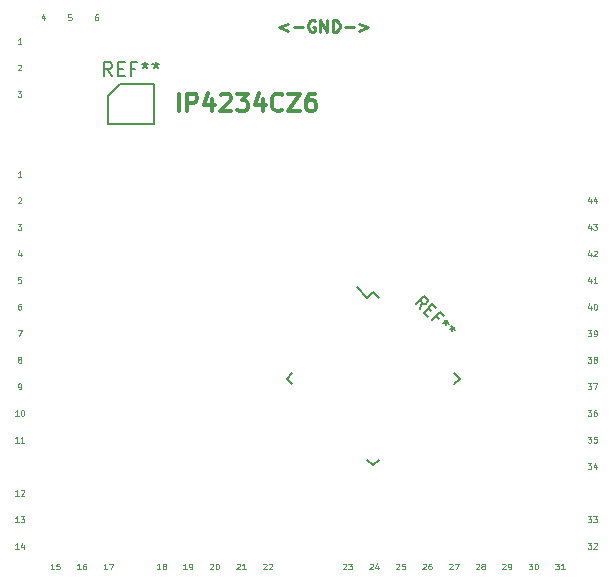
<source format=gbr>
G04 #@! TF.FileFunction,Legend,Top*
%FSLAX46Y46*%
G04 Gerber Fmt 4.6, Leading zero omitted, Abs format (unit mm)*
G04 Created by KiCad (PCBNEW 4.0.1-stable) date Friday, September 23, 2016 'AMt' 01:17:15 AM*
%MOMM*%
G01*
G04 APERTURE LIST*
%ADD10C,0.100000*%
%ADD11C,0.250000*%
%ADD12C,0.300000*%
%ADD13C,0.150000*%
G04 APERTURE END LIST*
D10*
D11*
X123500001Y-46285714D02*
X122738096Y-46571429D01*
X123500001Y-46857143D01*
X123976191Y-46571429D02*
X124738096Y-46571429D01*
X125738096Y-46000000D02*
X125642858Y-45952381D01*
X125500001Y-45952381D01*
X125357143Y-46000000D01*
X125261905Y-46095238D01*
X125214286Y-46190476D01*
X125166667Y-46380952D01*
X125166667Y-46523810D01*
X125214286Y-46714286D01*
X125261905Y-46809524D01*
X125357143Y-46904762D01*
X125500001Y-46952381D01*
X125595239Y-46952381D01*
X125738096Y-46904762D01*
X125785715Y-46857143D01*
X125785715Y-46523810D01*
X125595239Y-46523810D01*
X126214286Y-46952381D02*
X126214286Y-45952381D01*
X126785715Y-46952381D01*
X126785715Y-45952381D01*
X127261905Y-46952381D02*
X127261905Y-45952381D01*
X127500000Y-45952381D01*
X127642858Y-46000000D01*
X127738096Y-46095238D01*
X127785715Y-46190476D01*
X127833334Y-46380952D01*
X127833334Y-46523810D01*
X127785715Y-46714286D01*
X127738096Y-46809524D01*
X127642858Y-46904762D01*
X127500000Y-46952381D01*
X127261905Y-46952381D01*
X128261905Y-46571429D02*
X129023810Y-46571429D01*
X129500000Y-46285714D02*
X130261905Y-46571429D01*
X129500000Y-46857143D01*
D10*
X148845239Y-87976190D02*
X149154762Y-87976190D01*
X148988096Y-88166667D01*
X149059524Y-88166667D01*
X149107143Y-88190476D01*
X149130953Y-88214286D01*
X149154762Y-88261905D01*
X149154762Y-88380952D01*
X149130953Y-88428571D01*
X149107143Y-88452381D01*
X149059524Y-88476190D01*
X148916667Y-88476190D01*
X148869048Y-88452381D01*
X148845239Y-88428571D01*
X149321429Y-87976190D02*
X149630952Y-87976190D01*
X149464286Y-88166667D01*
X149535714Y-88166667D01*
X149583333Y-88190476D01*
X149607143Y-88214286D01*
X149630952Y-88261905D01*
X149630952Y-88380952D01*
X149607143Y-88428571D01*
X149583333Y-88452381D01*
X149535714Y-88476190D01*
X149392857Y-88476190D01*
X149345238Y-88452381D01*
X149321429Y-88428571D01*
X148845239Y-90226190D02*
X149154762Y-90226190D01*
X148988096Y-90416667D01*
X149059524Y-90416667D01*
X149107143Y-90440476D01*
X149130953Y-90464286D01*
X149154762Y-90511905D01*
X149154762Y-90630952D01*
X149130953Y-90678571D01*
X149107143Y-90702381D01*
X149059524Y-90726190D01*
X148916667Y-90726190D01*
X148869048Y-90702381D01*
X148845239Y-90678571D01*
X149345238Y-90273810D02*
X149369048Y-90250000D01*
X149416667Y-90226190D01*
X149535714Y-90226190D01*
X149583333Y-90250000D01*
X149607143Y-90273810D01*
X149630952Y-90321429D01*
X149630952Y-90369048D01*
X149607143Y-90440476D01*
X149321429Y-90726190D01*
X149630952Y-90726190D01*
X149107143Y-63392857D02*
X149107143Y-63726190D01*
X148988096Y-63202381D02*
X148869048Y-63559524D01*
X149178572Y-63559524D01*
X149321429Y-63226190D02*
X149630952Y-63226190D01*
X149464286Y-63416667D01*
X149535714Y-63416667D01*
X149583333Y-63440476D01*
X149607143Y-63464286D01*
X149630952Y-63511905D01*
X149630952Y-63630952D01*
X149607143Y-63678571D01*
X149583333Y-63702381D01*
X149535714Y-63726190D01*
X149392857Y-63726190D01*
X149345238Y-63702381D01*
X149321429Y-63678571D01*
X149107143Y-61142857D02*
X149107143Y-61476190D01*
X148988096Y-60952381D02*
X148869048Y-61309524D01*
X149178572Y-61309524D01*
X149583333Y-61142857D02*
X149583333Y-61476190D01*
X149464286Y-60952381D02*
X149345238Y-61309524D01*
X149654762Y-61309524D01*
X149107143Y-65642857D02*
X149107143Y-65976190D01*
X148988096Y-65452381D02*
X148869048Y-65809524D01*
X149178572Y-65809524D01*
X149345238Y-65523810D02*
X149369048Y-65500000D01*
X149416667Y-65476190D01*
X149535714Y-65476190D01*
X149583333Y-65500000D01*
X149607143Y-65523810D01*
X149630952Y-65571429D01*
X149630952Y-65619048D01*
X149607143Y-65690476D01*
X149321429Y-65976190D01*
X149630952Y-65976190D01*
X149107143Y-67892857D02*
X149107143Y-68226190D01*
X148988096Y-67702381D02*
X148869048Y-68059524D01*
X149178572Y-68059524D01*
X149630952Y-68226190D02*
X149345238Y-68226190D01*
X149488095Y-68226190D02*
X149488095Y-67726190D01*
X149440476Y-67797619D01*
X149392857Y-67845238D01*
X149345238Y-67869048D01*
X148845239Y-72226190D02*
X149154762Y-72226190D01*
X148988096Y-72416667D01*
X149059524Y-72416667D01*
X149107143Y-72440476D01*
X149130953Y-72464286D01*
X149154762Y-72511905D01*
X149154762Y-72630952D01*
X149130953Y-72678571D01*
X149107143Y-72702381D01*
X149059524Y-72726190D01*
X148916667Y-72726190D01*
X148869048Y-72702381D01*
X148845239Y-72678571D01*
X149392857Y-72726190D02*
X149488095Y-72726190D01*
X149535714Y-72702381D01*
X149559524Y-72678571D01*
X149607143Y-72607143D01*
X149630952Y-72511905D01*
X149630952Y-72321429D01*
X149607143Y-72273810D01*
X149583333Y-72250000D01*
X149535714Y-72226190D01*
X149440476Y-72226190D01*
X149392857Y-72250000D01*
X149369048Y-72273810D01*
X149345238Y-72321429D01*
X149345238Y-72440476D01*
X149369048Y-72488095D01*
X149392857Y-72511905D01*
X149440476Y-72535714D01*
X149535714Y-72535714D01*
X149583333Y-72511905D01*
X149607143Y-72488095D01*
X149630952Y-72440476D01*
X149107143Y-70142857D02*
X149107143Y-70476190D01*
X148988096Y-69952381D02*
X148869048Y-70309524D01*
X149178572Y-70309524D01*
X149464286Y-69976190D02*
X149511905Y-69976190D01*
X149559524Y-70000000D01*
X149583333Y-70023810D01*
X149607143Y-70071429D01*
X149630952Y-70166667D01*
X149630952Y-70285714D01*
X149607143Y-70380952D01*
X149583333Y-70428571D01*
X149559524Y-70452381D01*
X149511905Y-70476190D01*
X149464286Y-70476190D01*
X149416667Y-70452381D01*
X149392857Y-70428571D01*
X149369048Y-70380952D01*
X149345238Y-70285714D01*
X149345238Y-70166667D01*
X149369048Y-70071429D01*
X149392857Y-70023810D01*
X149416667Y-70000000D01*
X149464286Y-69976190D01*
X148845239Y-74476190D02*
X149154762Y-74476190D01*
X148988096Y-74666667D01*
X149059524Y-74666667D01*
X149107143Y-74690476D01*
X149130953Y-74714286D01*
X149154762Y-74761905D01*
X149154762Y-74880952D01*
X149130953Y-74928571D01*
X149107143Y-74952381D01*
X149059524Y-74976190D01*
X148916667Y-74976190D01*
X148869048Y-74952381D01*
X148845239Y-74928571D01*
X149440476Y-74690476D02*
X149392857Y-74666667D01*
X149369048Y-74642857D01*
X149345238Y-74595238D01*
X149345238Y-74571429D01*
X149369048Y-74523810D01*
X149392857Y-74500000D01*
X149440476Y-74476190D01*
X149535714Y-74476190D01*
X149583333Y-74500000D01*
X149607143Y-74523810D01*
X149630952Y-74571429D01*
X149630952Y-74595238D01*
X149607143Y-74642857D01*
X149583333Y-74666667D01*
X149535714Y-74690476D01*
X149440476Y-74690476D01*
X149392857Y-74714286D01*
X149369048Y-74738095D01*
X149345238Y-74785714D01*
X149345238Y-74880952D01*
X149369048Y-74928571D01*
X149392857Y-74952381D01*
X149440476Y-74976190D01*
X149535714Y-74976190D01*
X149583333Y-74952381D01*
X149607143Y-74928571D01*
X149630952Y-74880952D01*
X149630952Y-74785714D01*
X149607143Y-74738095D01*
X149583333Y-74714286D01*
X149535714Y-74690476D01*
X148845239Y-83476190D02*
X149154762Y-83476190D01*
X148988096Y-83666667D01*
X149059524Y-83666667D01*
X149107143Y-83690476D01*
X149130953Y-83714286D01*
X149154762Y-83761905D01*
X149154762Y-83880952D01*
X149130953Y-83928571D01*
X149107143Y-83952381D01*
X149059524Y-83976190D01*
X148916667Y-83976190D01*
X148869048Y-83952381D01*
X148845239Y-83928571D01*
X149583333Y-83642857D02*
X149583333Y-83976190D01*
X149464286Y-83452381D02*
X149345238Y-83809524D01*
X149654762Y-83809524D01*
X148845239Y-81226190D02*
X149154762Y-81226190D01*
X148988096Y-81416667D01*
X149059524Y-81416667D01*
X149107143Y-81440476D01*
X149130953Y-81464286D01*
X149154762Y-81511905D01*
X149154762Y-81630952D01*
X149130953Y-81678571D01*
X149107143Y-81702381D01*
X149059524Y-81726190D01*
X148916667Y-81726190D01*
X148869048Y-81702381D01*
X148845239Y-81678571D01*
X149607143Y-81226190D02*
X149369048Y-81226190D01*
X149345238Y-81464286D01*
X149369048Y-81440476D01*
X149416667Y-81416667D01*
X149535714Y-81416667D01*
X149583333Y-81440476D01*
X149607143Y-81464286D01*
X149630952Y-81511905D01*
X149630952Y-81630952D01*
X149607143Y-81678571D01*
X149583333Y-81702381D01*
X149535714Y-81726190D01*
X149416667Y-81726190D01*
X149369048Y-81702381D01*
X149345238Y-81678571D01*
X148845239Y-78976190D02*
X149154762Y-78976190D01*
X148988096Y-79166667D01*
X149059524Y-79166667D01*
X149107143Y-79190476D01*
X149130953Y-79214286D01*
X149154762Y-79261905D01*
X149154762Y-79380952D01*
X149130953Y-79428571D01*
X149107143Y-79452381D01*
X149059524Y-79476190D01*
X148916667Y-79476190D01*
X148869048Y-79452381D01*
X148845239Y-79428571D01*
X149583333Y-78976190D02*
X149488095Y-78976190D01*
X149440476Y-79000000D01*
X149416667Y-79023810D01*
X149369048Y-79095238D01*
X149345238Y-79190476D01*
X149345238Y-79380952D01*
X149369048Y-79428571D01*
X149392857Y-79452381D01*
X149440476Y-79476190D01*
X149535714Y-79476190D01*
X149583333Y-79452381D01*
X149607143Y-79428571D01*
X149630952Y-79380952D01*
X149630952Y-79261905D01*
X149607143Y-79214286D01*
X149583333Y-79190476D01*
X149535714Y-79166667D01*
X149440476Y-79166667D01*
X149392857Y-79190476D01*
X149369048Y-79214286D01*
X149345238Y-79261905D01*
X148845239Y-76726190D02*
X149154762Y-76726190D01*
X148988096Y-76916667D01*
X149059524Y-76916667D01*
X149107143Y-76940476D01*
X149130953Y-76964286D01*
X149154762Y-77011905D01*
X149154762Y-77130952D01*
X149130953Y-77178571D01*
X149107143Y-77202381D01*
X149059524Y-77226190D01*
X148916667Y-77226190D01*
X148869048Y-77202381D01*
X148845239Y-77178571D01*
X149321429Y-76726190D02*
X149654762Y-76726190D01*
X149440476Y-77226190D01*
X146095239Y-91976190D02*
X146404762Y-91976190D01*
X146238096Y-92166667D01*
X146309524Y-92166667D01*
X146357143Y-92190476D01*
X146380953Y-92214286D01*
X146404762Y-92261905D01*
X146404762Y-92380952D01*
X146380953Y-92428571D01*
X146357143Y-92452381D01*
X146309524Y-92476190D01*
X146166667Y-92476190D01*
X146119048Y-92452381D01*
X146095239Y-92428571D01*
X146880952Y-92476190D02*
X146595238Y-92476190D01*
X146738095Y-92476190D02*
X146738095Y-91976190D01*
X146690476Y-92047619D01*
X146642857Y-92095238D01*
X146595238Y-92119048D01*
X143845239Y-91976190D02*
X144154762Y-91976190D01*
X143988096Y-92166667D01*
X144059524Y-92166667D01*
X144107143Y-92190476D01*
X144130953Y-92214286D01*
X144154762Y-92261905D01*
X144154762Y-92380952D01*
X144130953Y-92428571D01*
X144107143Y-92452381D01*
X144059524Y-92476190D01*
X143916667Y-92476190D01*
X143869048Y-92452381D01*
X143845239Y-92428571D01*
X144464286Y-91976190D02*
X144511905Y-91976190D01*
X144559524Y-92000000D01*
X144583333Y-92023810D01*
X144607143Y-92071429D01*
X144630952Y-92166667D01*
X144630952Y-92285714D01*
X144607143Y-92380952D01*
X144583333Y-92428571D01*
X144559524Y-92452381D01*
X144511905Y-92476190D01*
X144464286Y-92476190D01*
X144416667Y-92452381D01*
X144392857Y-92428571D01*
X144369048Y-92380952D01*
X144345238Y-92285714D01*
X144345238Y-92166667D01*
X144369048Y-92071429D01*
X144392857Y-92023810D01*
X144416667Y-92000000D01*
X144464286Y-91976190D01*
X141619048Y-92023810D02*
X141642858Y-92000000D01*
X141690477Y-91976190D01*
X141809524Y-91976190D01*
X141857143Y-92000000D01*
X141880953Y-92023810D01*
X141904762Y-92071429D01*
X141904762Y-92119048D01*
X141880953Y-92190476D01*
X141595239Y-92476190D01*
X141904762Y-92476190D01*
X142142857Y-92476190D02*
X142238095Y-92476190D01*
X142285714Y-92452381D01*
X142309524Y-92428571D01*
X142357143Y-92357143D01*
X142380952Y-92261905D01*
X142380952Y-92071429D01*
X142357143Y-92023810D01*
X142333333Y-92000000D01*
X142285714Y-91976190D01*
X142190476Y-91976190D01*
X142142857Y-92000000D01*
X142119048Y-92023810D01*
X142095238Y-92071429D01*
X142095238Y-92190476D01*
X142119048Y-92238095D01*
X142142857Y-92261905D01*
X142190476Y-92285714D01*
X142285714Y-92285714D01*
X142333333Y-92261905D01*
X142357143Y-92238095D01*
X142380952Y-92190476D01*
X134869048Y-92023810D02*
X134892858Y-92000000D01*
X134940477Y-91976190D01*
X135059524Y-91976190D01*
X135107143Y-92000000D01*
X135130953Y-92023810D01*
X135154762Y-92071429D01*
X135154762Y-92119048D01*
X135130953Y-92190476D01*
X134845239Y-92476190D01*
X135154762Y-92476190D01*
X135583333Y-91976190D02*
X135488095Y-91976190D01*
X135440476Y-92000000D01*
X135416667Y-92023810D01*
X135369048Y-92095238D01*
X135345238Y-92190476D01*
X135345238Y-92380952D01*
X135369048Y-92428571D01*
X135392857Y-92452381D01*
X135440476Y-92476190D01*
X135535714Y-92476190D01*
X135583333Y-92452381D01*
X135607143Y-92428571D01*
X135630952Y-92380952D01*
X135630952Y-92261905D01*
X135607143Y-92214286D01*
X135583333Y-92190476D01*
X135535714Y-92166667D01*
X135440476Y-92166667D01*
X135392857Y-92190476D01*
X135369048Y-92214286D01*
X135345238Y-92261905D01*
X132619048Y-92023810D02*
X132642858Y-92000000D01*
X132690477Y-91976190D01*
X132809524Y-91976190D01*
X132857143Y-92000000D01*
X132880953Y-92023810D01*
X132904762Y-92071429D01*
X132904762Y-92119048D01*
X132880953Y-92190476D01*
X132595239Y-92476190D01*
X132904762Y-92476190D01*
X133357143Y-91976190D02*
X133119048Y-91976190D01*
X133095238Y-92214286D01*
X133119048Y-92190476D01*
X133166667Y-92166667D01*
X133285714Y-92166667D01*
X133333333Y-92190476D01*
X133357143Y-92214286D01*
X133380952Y-92261905D01*
X133380952Y-92380952D01*
X133357143Y-92428571D01*
X133333333Y-92452381D01*
X133285714Y-92476190D01*
X133166667Y-92476190D01*
X133119048Y-92452381D01*
X133095238Y-92428571D01*
X137119048Y-92023810D02*
X137142858Y-92000000D01*
X137190477Y-91976190D01*
X137309524Y-91976190D01*
X137357143Y-92000000D01*
X137380953Y-92023810D01*
X137404762Y-92071429D01*
X137404762Y-92119048D01*
X137380953Y-92190476D01*
X137095239Y-92476190D01*
X137404762Y-92476190D01*
X137571429Y-91976190D02*
X137904762Y-91976190D01*
X137690476Y-92476190D01*
X128119048Y-92023810D02*
X128142858Y-92000000D01*
X128190477Y-91976190D01*
X128309524Y-91976190D01*
X128357143Y-92000000D01*
X128380953Y-92023810D01*
X128404762Y-92071429D01*
X128404762Y-92119048D01*
X128380953Y-92190476D01*
X128095239Y-92476190D01*
X128404762Y-92476190D01*
X128571429Y-91976190D02*
X128880952Y-91976190D01*
X128714286Y-92166667D01*
X128785714Y-92166667D01*
X128833333Y-92190476D01*
X128857143Y-92214286D01*
X128880952Y-92261905D01*
X128880952Y-92380952D01*
X128857143Y-92428571D01*
X128833333Y-92452381D01*
X128785714Y-92476190D01*
X128642857Y-92476190D01*
X128595238Y-92452381D01*
X128571429Y-92428571D01*
X130369048Y-92023810D02*
X130392858Y-92000000D01*
X130440477Y-91976190D01*
X130559524Y-91976190D01*
X130607143Y-92000000D01*
X130630953Y-92023810D01*
X130654762Y-92071429D01*
X130654762Y-92119048D01*
X130630953Y-92190476D01*
X130345239Y-92476190D01*
X130654762Y-92476190D01*
X131083333Y-92142857D02*
X131083333Y-92476190D01*
X130964286Y-91952381D02*
X130845238Y-92309524D01*
X131154762Y-92309524D01*
X139369048Y-92023810D02*
X139392858Y-92000000D01*
X139440477Y-91976190D01*
X139559524Y-91976190D01*
X139607143Y-92000000D01*
X139630953Y-92023810D01*
X139654762Y-92071429D01*
X139654762Y-92119048D01*
X139630953Y-92190476D01*
X139345239Y-92476190D01*
X139654762Y-92476190D01*
X139940476Y-92190476D02*
X139892857Y-92166667D01*
X139869048Y-92142857D01*
X139845238Y-92095238D01*
X139845238Y-92071429D01*
X139869048Y-92023810D01*
X139892857Y-92000000D01*
X139940476Y-91976190D01*
X140035714Y-91976190D01*
X140083333Y-92000000D01*
X140107143Y-92023810D01*
X140130952Y-92071429D01*
X140130952Y-92095238D01*
X140107143Y-92142857D01*
X140083333Y-92166667D01*
X140035714Y-92190476D01*
X139940476Y-92190476D01*
X139892857Y-92214286D01*
X139869048Y-92238095D01*
X139845238Y-92285714D01*
X139845238Y-92380952D01*
X139869048Y-92428571D01*
X139892857Y-92452381D01*
X139940476Y-92476190D01*
X140035714Y-92476190D01*
X140083333Y-92452381D01*
X140107143Y-92428571D01*
X140130952Y-92380952D01*
X140130952Y-92285714D01*
X140107143Y-92238095D01*
X140083333Y-92214286D01*
X140035714Y-92190476D01*
X121369048Y-92023810D02*
X121392858Y-92000000D01*
X121440477Y-91976190D01*
X121559524Y-91976190D01*
X121607143Y-92000000D01*
X121630953Y-92023810D01*
X121654762Y-92071429D01*
X121654762Y-92119048D01*
X121630953Y-92190476D01*
X121345239Y-92476190D01*
X121654762Y-92476190D01*
X121845238Y-92023810D02*
X121869048Y-92000000D01*
X121916667Y-91976190D01*
X122035714Y-91976190D01*
X122083333Y-92000000D01*
X122107143Y-92023810D01*
X122130952Y-92071429D01*
X122130952Y-92119048D01*
X122107143Y-92190476D01*
X121821429Y-92476190D01*
X122130952Y-92476190D01*
X112654762Y-92476190D02*
X112369048Y-92476190D01*
X112511905Y-92476190D02*
X112511905Y-91976190D01*
X112464286Y-92047619D01*
X112416667Y-92095238D01*
X112369048Y-92119048D01*
X112940476Y-92190476D02*
X112892857Y-92166667D01*
X112869048Y-92142857D01*
X112845238Y-92095238D01*
X112845238Y-92071429D01*
X112869048Y-92023810D01*
X112892857Y-92000000D01*
X112940476Y-91976190D01*
X113035714Y-91976190D01*
X113083333Y-92000000D01*
X113107143Y-92023810D01*
X113130952Y-92071429D01*
X113130952Y-92095238D01*
X113107143Y-92142857D01*
X113083333Y-92166667D01*
X113035714Y-92190476D01*
X112940476Y-92190476D01*
X112892857Y-92214286D01*
X112869048Y-92238095D01*
X112845238Y-92285714D01*
X112845238Y-92380952D01*
X112869048Y-92428571D01*
X112892857Y-92452381D01*
X112940476Y-92476190D01*
X113035714Y-92476190D01*
X113083333Y-92452381D01*
X113107143Y-92428571D01*
X113130952Y-92380952D01*
X113130952Y-92285714D01*
X113107143Y-92238095D01*
X113083333Y-92214286D01*
X113035714Y-92190476D01*
X114904762Y-92476190D02*
X114619048Y-92476190D01*
X114761905Y-92476190D02*
X114761905Y-91976190D01*
X114714286Y-92047619D01*
X114666667Y-92095238D01*
X114619048Y-92119048D01*
X115142857Y-92476190D02*
X115238095Y-92476190D01*
X115285714Y-92452381D01*
X115309524Y-92428571D01*
X115357143Y-92357143D01*
X115380952Y-92261905D01*
X115380952Y-92071429D01*
X115357143Y-92023810D01*
X115333333Y-92000000D01*
X115285714Y-91976190D01*
X115190476Y-91976190D01*
X115142857Y-92000000D01*
X115119048Y-92023810D01*
X115095238Y-92071429D01*
X115095238Y-92190476D01*
X115119048Y-92238095D01*
X115142857Y-92261905D01*
X115190476Y-92285714D01*
X115285714Y-92285714D01*
X115333333Y-92261905D01*
X115357143Y-92238095D01*
X115380952Y-92190476D01*
X116869048Y-92023810D02*
X116892858Y-92000000D01*
X116940477Y-91976190D01*
X117059524Y-91976190D01*
X117107143Y-92000000D01*
X117130953Y-92023810D01*
X117154762Y-92071429D01*
X117154762Y-92119048D01*
X117130953Y-92190476D01*
X116845239Y-92476190D01*
X117154762Y-92476190D01*
X117464286Y-91976190D02*
X117511905Y-91976190D01*
X117559524Y-92000000D01*
X117583333Y-92023810D01*
X117607143Y-92071429D01*
X117630952Y-92166667D01*
X117630952Y-92285714D01*
X117607143Y-92380952D01*
X117583333Y-92428571D01*
X117559524Y-92452381D01*
X117511905Y-92476190D01*
X117464286Y-92476190D01*
X117416667Y-92452381D01*
X117392857Y-92428571D01*
X117369048Y-92380952D01*
X117345238Y-92285714D01*
X117345238Y-92166667D01*
X117369048Y-92071429D01*
X117392857Y-92023810D01*
X117416667Y-92000000D01*
X117464286Y-91976190D01*
X119119048Y-92023810D02*
X119142858Y-92000000D01*
X119190477Y-91976190D01*
X119309524Y-91976190D01*
X119357143Y-92000000D01*
X119380953Y-92023810D01*
X119404762Y-92071429D01*
X119404762Y-92119048D01*
X119380953Y-92190476D01*
X119095239Y-92476190D01*
X119404762Y-92476190D01*
X119880952Y-92476190D02*
X119595238Y-92476190D01*
X119738095Y-92476190D02*
X119738095Y-91976190D01*
X119690476Y-92047619D01*
X119642857Y-92095238D01*
X119595238Y-92119048D01*
X108154762Y-92476190D02*
X107869048Y-92476190D01*
X108011905Y-92476190D02*
X108011905Y-91976190D01*
X107964286Y-92047619D01*
X107916667Y-92095238D01*
X107869048Y-92119048D01*
X108321429Y-91976190D02*
X108654762Y-91976190D01*
X108440476Y-92476190D01*
X105904762Y-92476190D02*
X105619048Y-92476190D01*
X105761905Y-92476190D02*
X105761905Y-91976190D01*
X105714286Y-92047619D01*
X105666667Y-92095238D01*
X105619048Y-92119048D01*
X106333333Y-91976190D02*
X106238095Y-91976190D01*
X106190476Y-92000000D01*
X106166667Y-92023810D01*
X106119048Y-92095238D01*
X106095238Y-92190476D01*
X106095238Y-92380952D01*
X106119048Y-92428571D01*
X106142857Y-92452381D01*
X106190476Y-92476190D01*
X106285714Y-92476190D01*
X106333333Y-92452381D01*
X106357143Y-92428571D01*
X106380952Y-92380952D01*
X106380952Y-92261905D01*
X106357143Y-92214286D01*
X106333333Y-92190476D01*
X106285714Y-92166667D01*
X106190476Y-92166667D01*
X106142857Y-92190476D01*
X106119048Y-92214286D01*
X106095238Y-92261905D01*
X103654762Y-92476190D02*
X103369048Y-92476190D01*
X103511905Y-92476190D02*
X103511905Y-91976190D01*
X103464286Y-92047619D01*
X103416667Y-92095238D01*
X103369048Y-92119048D01*
X104107143Y-91976190D02*
X103869048Y-91976190D01*
X103845238Y-92214286D01*
X103869048Y-92190476D01*
X103916667Y-92166667D01*
X104035714Y-92166667D01*
X104083333Y-92190476D01*
X104107143Y-92214286D01*
X104130952Y-92261905D01*
X104130952Y-92380952D01*
X104107143Y-92428571D01*
X104083333Y-92452381D01*
X104035714Y-92476190D01*
X103916667Y-92476190D01*
X103869048Y-92452381D01*
X103845238Y-92428571D01*
X100654762Y-86226190D02*
X100369048Y-86226190D01*
X100511905Y-86226190D02*
X100511905Y-85726190D01*
X100464286Y-85797619D01*
X100416667Y-85845238D01*
X100369048Y-85869048D01*
X100845238Y-85773810D02*
X100869048Y-85750000D01*
X100916667Y-85726190D01*
X101035714Y-85726190D01*
X101083333Y-85750000D01*
X101107143Y-85773810D01*
X101130952Y-85821429D01*
X101130952Y-85869048D01*
X101107143Y-85940476D01*
X100821429Y-86226190D01*
X101130952Y-86226190D01*
X100654762Y-88476190D02*
X100369048Y-88476190D01*
X100511905Y-88476190D02*
X100511905Y-87976190D01*
X100464286Y-88047619D01*
X100416667Y-88095238D01*
X100369048Y-88119048D01*
X100821429Y-87976190D02*
X101130952Y-87976190D01*
X100964286Y-88166667D01*
X101035714Y-88166667D01*
X101083333Y-88190476D01*
X101107143Y-88214286D01*
X101130952Y-88261905D01*
X101130952Y-88380952D01*
X101107143Y-88428571D01*
X101083333Y-88452381D01*
X101035714Y-88476190D01*
X100892857Y-88476190D01*
X100845238Y-88452381D01*
X100821429Y-88428571D01*
X100654762Y-90726190D02*
X100369048Y-90726190D01*
X100511905Y-90726190D02*
X100511905Y-90226190D01*
X100464286Y-90297619D01*
X100416667Y-90345238D01*
X100369048Y-90369048D01*
X101083333Y-90392857D02*
X101083333Y-90726190D01*
X100964286Y-90202381D02*
X100845238Y-90559524D01*
X101154762Y-90559524D01*
X100583334Y-72226190D02*
X100916667Y-72226190D01*
X100702381Y-72726190D01*
X100702381Y-74690476D02*
X100654762Y-74666667D01*
X100630953Y-74642857D01*
X100607143Y-74595238D01*
X100607143Y-74571429D01*
X100630953Y-74523810D01*
X100654762Y-74500000D01*
X100702381Y-74476190D01*
X100797619Y-74476190D01*
X100845238Y-74500000D01*
X100869048Y-74523810D01*
X100892857Y-74571429D01*
X100892857Y-74595238D01*
X100869048Y-74642857D01*
X100845238Y-74666667D01*
X100797619Y-74690476D01*
X100702381Y-74690476D01*
X100654762Y-74714286D01*
X100630953Y-74738095D01*
X100607143Y-74785714D01*
X100607143Y-74880952D01*
X100630953Y-74928571D01*
X100654762Y-74952381D01*
X100702381Y-74976190D01*
X100797619Y-74976190D01*
X100845238Y-74952381D01*
X100869048Y-74928571D01*
X100892857Y-74880952D01*
X100892857Y-74785714D01*
X100869048Y-74738095D01*
X100845238Y-74714286D01*
X100797619Y-74690476D01*
X100654762Y-77226190D02*
X100750000Y-77226190D01*
X100797619Y-77202381D01*
X100821429Y-77178571D01*
X100869048Y-77107143D01*
X100892857Y-77011905D01*
X100892857Y-76821429D01*
X100869048Y-76773810D01*
X100845238Y-76750000D01*
X100797619Y-76726190D01*
X100702381Y-76726190D01*
X100654762Y-76750000D01*
X100630953Y-76773810D01*
X100607143Y-76821429D01*
X100607143Y-76940476D01*
X100630953Y-76988095D01*
X100654762Y-77011905D01*
X100702381Y-77035714D01*
X100797619Y-77035714D01*
X100845238Y-77011905D01*
X100869048Y-76988095D01*
X100892857Y-76940476D01*
X100654762Y-81726190D02*
X100369048Y-81726190D01*
X100511905Y-81726190D02*
X100511905Y-81226190D01*
X100464286Y-81297619D01*
X100416667Y-81345238D01*
X100369048Y-81369048D01*
X101130952Y-81726190D02*
X100845238Y-81726190D01*
X100988095Y-81726190D02*
X100988095Y-81226190D01*
X100940476Y-81297619D01*
X100892857Y-81345238D01*
X100845238Y-81369048D01*
X100654762Y-79476190D02*
X100369048Y-79476190D01*
X100511905Y-79476190D02*
X100511905Y-78976190D01*
X100464286Y-79047619D01*
X100416667Y-79095238D01*
X100369048Y-79119048D01*
X100964286Y-78976190D02*
X101011905Y-78976190D01*
X101059524Y-79000000D01*
X101083333Y-79023810D01*
X101107143Y-79071429D01*
X101130952Y-79166667D01*
X101130952Y-79285714D01*
X101107143Y-79380952D01*
X101083333Y-79428571D01*
X101059524Y-79452381D01*
X101011905Y-79476190D01*
X100964286Y-79476190D01*
X100916667Y-79452381D01*
X100892857Y-79428571D01*
X100869048Y-79380952D01*
X100845238Y-79285714D01*
X100845238Y-79166667D01*
X100869048Y-79071429D01*
X100892857Y-79023810D01*
X100916667Y-79000000D01*
X100964286Y-78976190D01*
X100845238Y-69976190D02*
X100750000Y-69976190D01*
X100702381Y-70000000D01*
X100678572Y-70023810D01*
X100630953Y-70095238D01*
X100607143Y-70190476D01*
X100607143Y-70380952D01*
X100630953Y-70428571D01*
X100654762Y-70452381D01*
X100702381Y-70476190D01*
X100797619Y-70476190D01*
X100845238Y-70452381D01*
X100869048Y-70428571D01*
X100892857Y-70380952D01*
X100892857Y-70261905D01*
X100869048Y-70214286D01*
X100845238Y-70190476D01*
X100797619Y-70166667D01*
X100702381Y-70166667D01*
X100654762Y-70190476D01*
X100630953Y-70214286D01*
X100607143Y-70261905D01*
X100869048Y-67726190D02*
X100630953Y-67726190D01*
X100607143Y-67964286D01*
X100630953Y-67940476D01*
X100678572Y-67916667D01*
X100797619Y-67916667D01*
X100845238Y-67940476D01*
X100869048Y-67964286D01*
X100892857Y-68011905D01*
X100892857Y-68130952D01*
X100869048Y-68178571D01*
X100845238Y-68202381D01*
X100797619Y-68226190D01*
X100678572Y-68226190D01*
X100630953Y-68202381D01*
X100607143Y-68178571D01*
X100845238Y-65642857D02*
X100845238Y-65976190D01*
X100726191Y-65452381D02*
X100607143Y-65809524D01*
X100916667Y-65809524D01*
X100892857Y-59226190D02*
X100607143Y-59226190D01*
X100750000Y-59226190D02*
X100750000Y-58726190D01*
X100702381Y-58797619D01*
X100654762Y-58845238D01*
X100607143Y-58869048D01*
X100607143Y-61023810D02*
X100630953Y-61000000D01*
X100678572Y-60976190D01*
X100797619Y-60976190D01*
X100845238Y-61000000D01*
X100869048Y-61023810D01*
X100892857Y-61071429D01*
X100892857Y-61119048D01*
X100869048Y-61190476D01*
X100583334Y-61476190D01*
X100892857Y-61476190D01*
X100583334Y-63226190D02*
X100892857Y-63226190D01*
X100726191Y-63416667D01*
X100797619Y-63416667D01*
X100845238Y-63440476D01*
X100869048Y-63464286D01*
X100892857Y-63511905D01*
X100892857Y-63630952D01*
X100869048Y-63678571D01*
X100845238Y-63702381D01*
X100797619Y-63726190D01*
X100654762Y-63726190D01*
X100607143Y-63702381D01*
X100583334Y-63678571D01*
X107345238Y-45476190D02*
X107250000Y-45476190D01*
X107202381Y-45500000D01*
X107178572Y-45523810D01*
X107130953Y-45595238D01*
X107107143Y-45690476D01*
X107107143Y-45880952D01*
X107130953Y-45928571D01*
X107154762Y-45952381D01*
X107202381Y-45976190D01*
X107297619Y-45976190D01*
X107345238Y-45952381D01*
X107369048Y-45928571D01*
X107392857Y-45880952D01*
X107392857Y-45761905D01*
X107369048Y-45714286D01*
X107345238Y-45690476D01*
X107297619Y-45666667D01*
X107202381Y-45666667D01*
X107154762Y-45690476D01*
X107130953Y-45714286D01*
X107107143Y-45761905D01*
X105119048Y-45476190D02*
X104880953Y-45476190D01*
X104857143Y-45714286D01*
X104880953Y-45690476D01*
X104928572Y-45666667D01*
X105047619Y-45666667D01*
X105095238Y-45690476D01*
X105119048Y-45714286D01*
X105142857Y-45761905D01*
X105142857Y-45880952D01*
X105119048Y-45928571D01*
X105095238Y-45952381D01*
X105047619Y-45976190D01*
X104928572Y-45976190D01*
X104880953Y-45952381D01*
X104857143Y-45928571D01*
X102845238Y-45642857D02*
X102845238Y-45976190D01*
X102726191Y-45452381D02*
X102607143Y-45809524D01*
X102916667Y-45809524D01*
X100583334Y-51976190D02*
X100892857Y-51976190D01*
X100726191Y-52166667D01*
X100797619Y-52166667D01*
X100845238Y-52190476D01*
X100869048Y-52214286D01*
X100892857Y-52261905D01*
X100892857Y-52380952D01*
X100869048Y-52428571D01*
X100845238Y-52452381D01*
X100797619Y-52476190D01*
X100654762Y-52476190D01*
X100607143Y-52452381D01*
X100583334Y-52428571D01*
X100607143Y-49773810D02*
X100630953Y-49750000D01*
X100678572Y-49726190D01*
X100797619Y-49726190D01*
X100845238Y-49750000D01*
X100869048Y-49773810D01*
X100892857Y-49821429D01*
X100892857Y-49869048D01*
X100869048Y-49940476D01*
X100583334Y-50226190D01*
X100892857Y-50226190D01*
X100892857Y-47976190D02*
X100607143Y-47976190D01*
X100750000Y-47976190D02*
X100750000Y-47476190D01*
X100702381Y-47547619D01*
X100654762Y-47595238D01*
X100607143Y-47619048D01*
D12*
X114214287Y-53678571D02*
X114214287Y-52178571D01*
X114928573Y-53678571D02*
X114928573Y-52178571D01*
X115500001Y-52178571D01*
X115642859Y-52250000D01*
X115714287Y-52321429D01*
X115785716Y-52464286D01*
X115785716Y-52678571D01*
X115714287Y-52821429D01*
X115642859Y-52892857D01*
X115500001Y-52964286D01*
X114928573Y-52964286D01*
X117071430Y-52678571D02*
X117071430Y-53678571D01*
X116714287Y-52107143D02*
X116357144Y-53178571D01*
X117285716Y-53178571D01*
X117785715Y-52321429D02*
X117857144Y-52250000D01*
X118000001Y-52178571D01*
X118357144Y-52178571D01*
X118500001Y-52250000D01*
X118571430Y-52321429D01*
X118642858Y-52464286D01*
X118642858Y-52607143D01*
X118571430Y-52821429D01*
X117714287Y-53678571D01*
X118642858Y-53678571D01*
X119142858Y-52178571D02*
X120071429Y-52178571D01*
X119571429Y-52750000D01*
X119785715Y-52750000D01*
X119928572Y-52821429D01*
X120000001Y-52892857D01*
X120071429Y-53035714D01*
X120071429Y-53392857D01*
X120000001Y-53535714D01*
X119928572Y-53607143D01*
X119785715Y-53678571D01*
X119357143Y-53678571D01*
X119214286Y-53607143D01*
X119142858Y-53535714D01*
X121357143Y-52678571D02*
X121357143Y-53678571D01*
X121000000Y-52107143D02*
X120642857Y-53178571D01*
X121571429Y-53178571D01*
X123000000Y-53535714D02*
X122928571Y-53607143D01*
X122714285Y-53678571D01*
X122571428Y-53678571D01*
X122357143Y-53607143D01*
X122214285Y-53464286D01*
X122142857Y-53321429D01*
X122071428Y-53035714D01*
X122071428Y-52821429D01*
X122142857Y-52535714D01*
X122214285Y-52392857D01*
X122357143Y-52250000D01*
X122571428Y-52178571D01*
X122714285Y-52178571D01*
X122928571Y-52250000D01*
X123000000Y-52321429D01*
X123500000Y-52178571D02*
X124500000Y-52178571D01*
X123500000Y-53678571D01*
X124500000Y-53678571D01*
X125714285Y-52178571D02*
X125428571Y-52178571D01*
X125285714Y-52250000D01*
X125214285Y-52321429D01*
X125071428Y-52535714D01*
X124999999Y-52821429D01*
X124999999Y-53392857D01*
X125071428Y-53535714D01*
X125142856Y-53607143D01*
X125285714Y-53678571D01*
X125571428Y-53678571D01*
X125714285Y-53607143D01*
X125785714Y-53535714D01*
X125857142Y-53392857D01*
X125857142Y-53035714D01*
X125785714Y-52892857D01*
X125714285Y-52821429D01*
X125571428Y-52750000D01*
X125285714Y-52750000D01*
X125142856Y-52821429D01*
X125071428Y-52892857D01*
X124999999Y-53035714D01*
D13*
X108220178Y-52413194D02*
X109250178Y-51353194D01*
X112090178Y-51343194D02*
X109260178Y-51343194D01*
X108200178Y-52433194D02*
X108200000Y-54750000D01*
X108200000Y-54750000D02*
X112100000Y-54750000D01*
X112100000Y-54750000D02*
X112090178Y-51343194D01*
X130670000Y-69011445D02*
X130192703Y-69488742D01*
X137988555Y-76330000D02*
X137511258Y-76807297D01*
X130670000Y-83648555D02*
X131147297Y-83171258D01*
X123351445Y-76330000D02*
X123828742Y-75852703D01*
X130670000Y-69011445D02*
X131147297Y-69488742D01*
X123351445Y-76330000D02*
X123828742Y-76807297D01*
X130670000Y-83648555D02*
X130192703Y-83171258D01*
X137988555Y-76330000D02*
X137511258Y-75852703D01*
X130192703Y-69488742D02*
X129291142Y-68587181D01*
X108550001Y-50692857D02*
X108150001Y-50121429D01*
X107864286Y-50692857D02*
X107864286Y-49492857D01*
X108321429Y-49492857D01*
X108435715Y-49550000D01*
X108492858Y-49607143D01*
X108550001Y-49721429D01*
X108550001Y-49892857D01*
X108492858Y-50007143D01*
X108435715Y-50064286D01*
X108321429Y-50121429D01*
X107864286Y-50121429D01*
X109064286Y-50064286D02*
X109464286Y-50064286D01*
X109635715Y-50692857D02*
X109064286Y-50692857D01*
X109064286Y-49492857D01*
X109635715Y-49492857D01*
X110550000Y-50064286D02*
X110150000Y-50064286D01*
X110150000Y-50692857D02*
X110150000Y-49492857D01*
X110721429Y-49492857D01*
X111350000Y-49492857D02*
X111350000Y-49778571D01*
X111064286Y-49664286D02*
X111350000Y-49778571D01*
X111635714Y-49664286D01*
X111178571Y-50007143D02*
X111350000Y-49778571D01*
X111521428Y-50007143D01*
X112264286Y-49492857D02*
X112264286Y-49778571D01*
X111978572Y-49664286D02*
X112264286Y-49778571D01*
X112550000Y-49664286D01*
X112092857Y-50007143D02*
X112264286Y-49778571D01*
X112435714Y-50007143D01*
X134675256Y-70439127D02*
X134776271Y-69866706D01*
X134271194Y-70035066D02*
X134978301Y-69327959D01*
X135247675Y-69597333D01*
X135281347Y-69698348D01*
X135281347Y-69765692D01*
X135247675Y-69866707D01*
X135146660Y-69967722D01*
X135045645Y-70001394D01*
X134978302Y-70001394D01*
X134877287Y-69967722D01*
X134607912Y-69698348D01*
X135348691Y-70371783D02*
X135584393Y-70607485D01*
X135315019Y-71078890D02*
X134978301Y-70742172D01*
X135685408Y-70035066D01*
X136022126Y-70371783D01*
X136224157Y-71247249D02*
X135988454Y-71011546D01*
X135618064Y-71381936D02*
X136325171Y-70674829D01*
X136661889Y-71011547D01*
X137032278Y-71381936D02*
X136863919Y-71550294D01*
X136762904Y-71314592D02*
X136863919Y-71550294D01*
X137099622Y-71651310D01*
X136628217Y-71583966D02*
X136863919Y-71550294D01*
X136830248Y-71785997D01*
X137571026Y-71920684D02*
X137402667Y-72089042D01*
X137301652Y-71853340D02*
X137402667Y-72089042D01*
X137638370Y-72190058D01*
X137166965Y-72122714D02*
X137402667Y-72089042D01*
X137368996Y-72324745D01*
M02*

</source>
